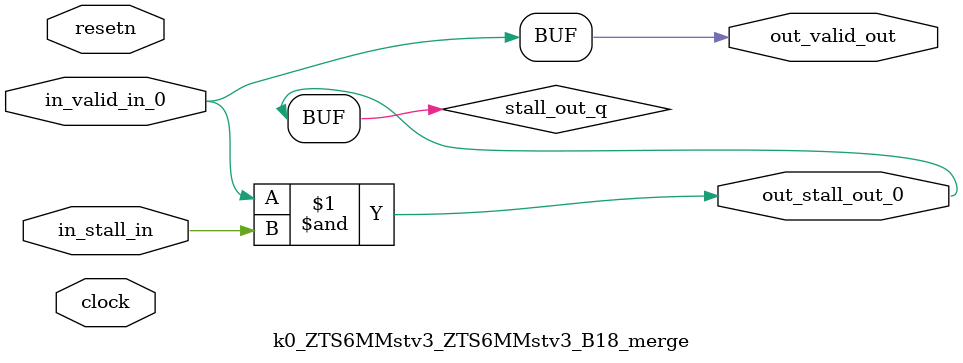
<source format=sv>



(* altera_attribute = "-name AUTO_SHIFT_REGISTER_RECOGNITION OFF; -name MESSAGE_DISABLE 10036; -name MESSAGE_DISABLE 10037; -name MESSAGE_DISABLE 14130; -name MESSAGE_DISABLE 14320; -name MESSAGE_DISABLE 15400; -name MESSAGE_DISABLE 14130; -name MESSAGE_DISABLE 10036; -name MESSAGE_DISABLE 12020; -name MESSAGE_DISABLE 12030; -name MESSAGE_DISABLE 12010; -name MESSAGE_DISABLE 12110; -name MESSAGE_DISABLE 14320; -name MESSAGE_DISABLE 13410; -name MESSAGE_DISABLE 113007; -name MESSAGE_DISABLE 10958" *)
module k0_ZTS6MMstv3_ZTS6MMstv3_B18_merge (
    input wire [0:0] in_stall_in,
    input wire [0:0] in_valid_in_0,
    output wire [0:0] out_stall_out_0,
    output wire [0:0] out_valid_out,
    input wire clock,
    input wire resetn
    );

    wire [0:0] stall_out_q;


    // stall_out(LOGICAL,6)
    assign stall_out_q = in_valid_in_0 & in_stall_in;

    // out_stall_out_0(GPOUT,4)
    assign out_stall_out_0 = stall_out_q;

    // out_valid_out(GPOUT,5)
    assign out_valid_out = in_valid_in_0;

endmodule

</source>
